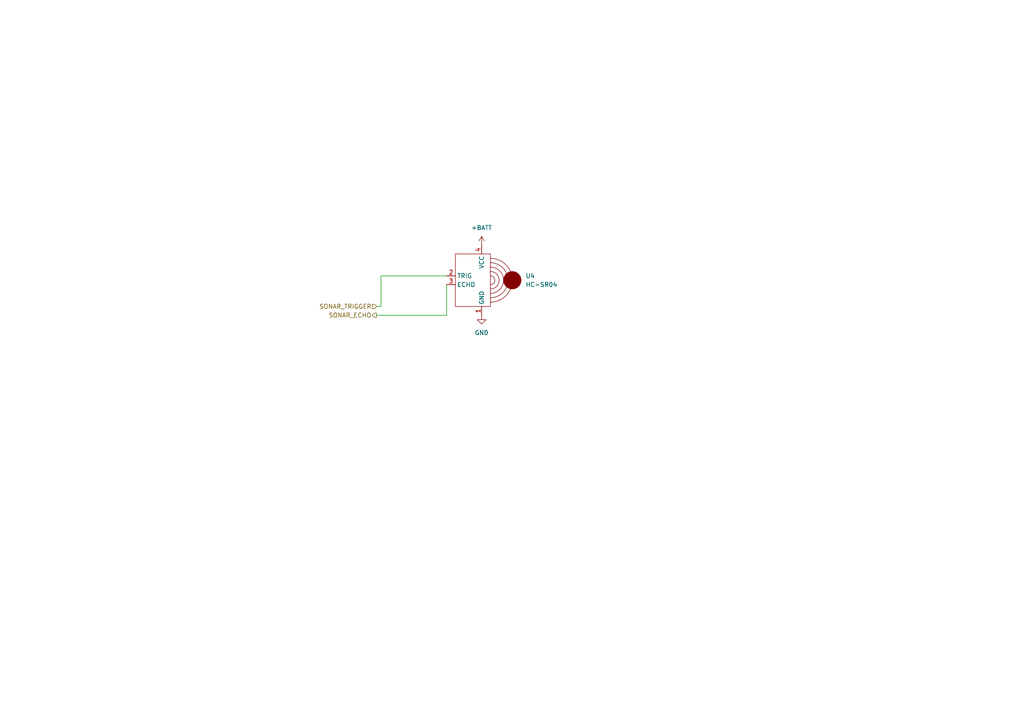
<source format=kicad_sch>
(kicad_sch (version 20230121) (generator eeschema)
  (paper "A4")
  (lib_symbols
    (symbol "minimouse:HC-SR04"
      (property "Reference" "U" (at 0 0 0))
      (property "Value" "HC-SR04" (at 0 0 0))
      (symbol "HC-SR04_0_1"
        (rectangle (start -7.62 7.62) (end 2.54 -7.62))
        (arc (start 2.54 -6.35) (mid 7.0301 -4.4901) (end 8.89 0))
        (arc (start 2.54 -5.08) (mid 6.1321 -3.5921) (end 7.62 0))
        (arc (start 2.54 -3.81) (mid 5.2341 -2.6941) (end 6.35 0))
        (arc (start 2.54 -2.54) (mid 4.3361 -1.7961) (end 5.08 0))
        (arc (start 2.54 -1.27) (mid 3.438 -0.898) (end 3.81 0))
        (arc (start 3.81 0) (mid 3.438 0.898) (end 2.54 1.27))
        (arc (start 5.08 0) (mid 4.3361 1.7961) (end 2.54 2.54))
        (arc (start 6.35 0) (mid 5.2341 2.6941) (end 2.54 3.81))
        (arc (start 7.62 0) (mid 6.1321 3.5921) (end 2.54 5.08))
        (arc (start 8.89 0) (mid 7.0301 4.4901) (end 2.54 6.35))
      )
      (symbol "HC-SR04_1_1"
        (circle (center 8.89 0) (radius 2.54) (fill (type outline)))
        (pin power_in line (at 0 -10.16 90) (length 2.54) (name "GND") (number "1"))
        (pin input line (at -10.16 1.27 0) (length 2.54) (name "TRIG") (number "2"))
        (pin output line (at -10.16 -1.27 0) (length 2.54) (name "ECHO") (number "3"))
        (pin power_in line (at 0 10.16 270) (length 2.54) (name "VCC") (number "4"))
      )
    )
    (symbol "power:+BATT" (power) (pin_names (offset 0))
      (property "Value" "+BATT" (at 0 3.556 0))
      (symbol "+BATT_0_1"
        (polyline (pts (xy -0.762 1.27) (xy 0 2.54)))
        (polyline (pts (xy 0 0) (xy 0 2.54)))
        (polyline (pts (xy 0 2.54) (xy 0.762 1.27)))
      )
      (symbol "+BATT_1_1"
        (pin power_in line (at 0 0 90) (length 0) hide (name "+BATT") (number "1"))
      )
    )
    (symbol "power:GND" (power) (pin_names (offset 0))
      (property "Value" "GND" (at 0 -3.81 0))
      (symbol "GND_0_1"
        (polyline (pts (xy 0 0) (xy 0 -1.27) (xy 1.27 -1.27) (xy 0 -2.54) (xy -1.27 -1.27) (xy 0 -1.27)))
      )
      (symbol "GND_1_1"
        (pin power_in line (at 0 0 270) (length 0) hide (name "GND") (number "1"))
      )
    )
  )
  (wire (pts (xy 129.54 91.44) (xy 129.54 82.55)))
  (wire (pts (xy 110.49 88.9) (xy 109.22 88.9)))
  (wire (pts (xy 110.49 80.01) (xy 110.49 88.9)))
  (wire (pts (xy 129.54 80.01) (xy 110.49 80.01)))
  (wire (pts (xy 109.22 91.44) (xy 129.54 91.44)))
  (hierarchical_label "SONAR_TRIGGER" (shape input) (at 109.22 88.9 180))
  (hierarchical_label "SONAR_ECHO" (shape output) (at 109.22 91.44 180))
  (symbol (lib_id "power:+BATT") (at 139.7 71.12 0) (unit 1)
    (property "Reference" "#PWR029" (effects hide))
    (property "Value" "+BATT" (at 139.7 66.04 0))
  )
  (symbol (lib_id "power:GND") (at 139.7 91.44 0) (unit 1)
    (property "Reference" "#PWR030" (effects hide))
    (property "Value" "GND" (at 139.7 96.52 0))
  )
  (symbol (lib_id "minimouse:HC-SR04") (at 139.7 81.28 0) (unit 1)
    (property "Reference" "U4" (at 152.4 80.01 0) (effects (justify left)))
    (property "Value" "HC-SR04" (at 152.4 82.55 0) (effects (justify left)))
    (property "Footprint" "minimouse:HC-SR04" (effects hide))
  )
)
</source>
